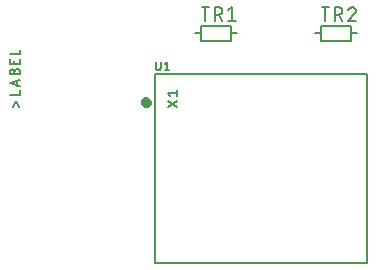
<source format=gbr>
G04 EAGLE Gerber X2 export*
%TF.Part,Single*%
%TF.FileFunction,Legend,Top,1*%
%TF.FilePolarity,Positive*%
%TF.GenerationSoftware,Autodesk,EAGLE,9.1.0*%
%TF.CreationDate,2019-01-28T13:00:55Z*%
G75*
%MOMM*%
%FSLAX34Y34*%
%LPD*%
%AMOC8*
5,1,8,0,0,1.08239X$1,22.5*%
G01*
%ADD10C,0.127000*%
%ADD11C,0.609600*%
%ADD12C,0.152400*%
%ADD13C,0.177800*%


D10*
X127000Y222250D02*
X152400Y222250D01*
X152400Y209550D02*
X127000Y209550D01*
X152400Y215900D02*
X157480Y215900D01*
X152400Y215900D02*
X152400Y222250D01*
X127000Y215900D02*
X121920Y215900D01*
X127000Y215900D02*
X127000Y222250D01*
X152400Y215900D02*
X152400Y209550D01*
X127000Y209550D02*
X127000Y215900D01*
X130810Y226695D02*
X130810Y238125D01*
X127635Y238125D02*
X133985Y238125D01*
X138767Y238125D02*
X138767Y226695D01*
X138767Y238125D02*
X141942Y238125D01*
X142053Y238123D01*
X142163Y238117D01*
X142274Y238108D01*
X142384Y238094D01*
X142493Y238077D01*
X142602Y238056D01*
X142710Y238031D01*
X142817Y238002D01*
X142923Y237970D01*
X143028Y237934D01*
X143131Y237894D01*
X143233Y237851D01*
X143334Y237804D01*
X143433Y237753D01*
X143530Y237700D01*
X143624Y237643D01*
X143717Y237582D01*
X143808Y237519D01*
X143897Y237452D01*
X143983Y237382D01*
X144066Y237309D01*
X144148Y237234D01*
X144226Y237156D01*
X144301Y237074D01*
X144374Y236991D01*
X144444Y236905D01*
X144511Y236816D01*
X144574Y236725D01*
X144635Y236632D01*
X144692Y236537D01*
X144745Y236441D01*
X144796Y236342D01*
X144843Y236241D01*
X144886Y236139D01*
X144926Y236036D01*
X144962Y235931D01*
X144994Y235825D01*
X145023Y235718D01*
X145048Y235610D01*
X145069Y235501D01*
X145086Y235392D01*
X145100Y235282D01*
X145109Y235171D01*
X145115Y235061D01*
X145117Y234950D01*
X145115Y234839D01*
X145109Y234729D01*
X145100Y234618D01*
X145086Y234508D01*
X145069Y234399D01*
X145048Y234290D01*
X145023Y234182D01*
X144994Y234075D01*
X144962Y233969D01*
X144926Y233864D01*
X144886Y233761D01*
X144843Y233659D01*
X144796Y233558D01*
X144745Y233459D01*
X144692Y233362D01*
X144635Y233268D01*
X144574Y233175D01*
X144511Y233084D01*
X144444Y232995D01*
X144374Y232909D01*
X144301Y232826D01*
X144226Y232744D01*
X144148Y232666D01*
X144066Y232591D01*
X143983Y232518D01*
X143897Y232448D01*
X143808Y232381D01*
X143717Y232318D01*
X143624Y232257D01*
X143529Y232200D01*
X143433Y232147D01*
X143334Y232096D01*
X143233Y232049D01*
X143131Y232006D01*
X143028Y231966D01*
X142923Y231930D01*
X142817Y231898D01*
X142710Y231869D01*
X142602Y231844D01*
X142493Y231823D01*
X142384Y231806D01*
X142274Y231792D01*
X142163Y231783D01*
X142053Y231777D01*
X141942Y231775D01*
X138767Y231775D01*
X142577Y231775D02*
X145117Y226695D01*
X150114Y235585D02*
X153289Y238125D01*
X153289Y226695D01*
X150114Y226695D02*
X156464Y226695D01*
X228600Y222250D02*
X254000Y222250D01*
X254000Y209550D02*
X228600Y209550D01*
X254000Y215900D02*
X259080Y215900D01*
X254000Y215900D02*
X254000Y222250D01*
X228600Y215900D02*
X223520Y215900D01*
X228600Y215900D02*
X228600Y222250D01*
X254000Y215900D02*
X254000Y209550D01*
X228600Y209550D02*
X228600Y215900D01*
X232410Y226695D02*
X232410Y238125D01*
X229235Y238125D02*
X235585Y238125D01*
X240367Y238125D02*
X240367Y226695D01*
X240367Y238125D02*
X243542Y238125D01*
X243653Y238123D01*
X243763Y238117D01*
X243874Y238108D01*
X243984Y238094D01*
X244093Y238077D01*
X244202Y238056D01*
X244310Y238031D01*
X244417Y238002D01*
X244523Y237970D01*
X244628Y237934D01*
X244731Y237894D01*
X244833Y237851D01*
X244934Y237804D01*
X245033Y237753D01*
X245130Y237700D01*
X245224Y237643D01*
X245317Y237582D01*
X245408Y237519D01*
X245497Y237452D01*
X245583Y237382D01*
X245666Y237309D01*
X245748Y237234D01*
X245826Y237156D01*
X245901Y237074D01*
X245974Y236991D01*
X246044Y236905D01*
X246111Y236816D01*
X246174Y236725D01*
X246235Y236632D01*
X246292Y236537D01*
X246345Y236441D01*
X246396Y236342D01*
X246443Y236241D01*
X246486Y236139D01*
X246526Y236036D01*
X246562Y235931D01*
X246594Y235825D01*
X246623Y235718D01*
X246648Y235610D01*
X246669Y235501D01*
X246686Y235392D01*
X246700Y235282D01*
X246709Y235171D01*
X246715Y235061D01*
X246717Y234950D01*
X246715Y234839D01*
X246709Y234729D01*
X246700Y234618D01*
X246686Y234508D01*
X246669Y234399D01*
X246648Y234290D01*
X246623Y234182D01*
X246594Y234075D01*
X246562Y233969D01*
X246526Y233864D01*
X246486Y233761D01*
X246443Y233659D01*
X246396Y233558D01*
X246345Y233459D01*
X246292Y233362D01*
X246235Y233268D01*
X246174Y233175D01*
X246111Y233084D01*
X246044Y232995D01*
X245974Y232909D01*
X245901Y232826D01*
X245826Y232744D01*
X245748Y232666D01*
X245666Y232591D01*
X245583Y232518D01*
X245497Y232448D01*
X245408Y232381D01*
X245317Y232318D01*
X245224Y232257D01*
X245129Y232200D01*
X245033Y232147D01*
X244934Y232096D01*
X244833Y232049D01*
X244731Y232006D01*
X244628Y231966D01*
X244523Y231930D01*
X244417Y231898D01*
X244310Y231869D01*
X244202Y231844D01*
X244093Y231823D01*
X243984Y231806D01*
X243874Y231792D01*
X243763Y231783D01*
X243653Y231777D01*
X243542Y231775D01*
X240367Y231775D01*
X244177Y231775D02*
X246717Y226695D01*
X258064Y235268D02*
X258062Y235372D01*
X258056Y235477D01*
X258047Y235581D01*
X258034Y235684D01*
X258016Y235787D01*
X257996Y235889D01*
X257971Y235991D01*
X257943Y236091D01*
X257911Y236191D01*
X257875Y236289D01*
X257836Y236386D01*
X257794Y236481D01*
X257748Y236575D01*
X257698Y236667D01*
X257646Y236757D01*
X257590Y236845D01*
X257530Y236931D01*
X257468Y237015D01*
X257403Y237096D01*
X257335Y237175D01*
X257263Y237252D01*
X257190Y237325D01*
X257113Y237397D01*
X257034Y237465D01*
X256953Y237530D01*
X256869Y237592D01*
X256783Y237652D01*
X256695Y237708D01*
X256605Y237760D01*
X256513Y237810D01*
X256419Y237856D01*
X256324Y237898D01*
X256227Y237937D01*
X256129Y237973D01*
X256029Y238005D01*
X255929Y238033D01*
X255827Y238058D01*
X255725Y238078D01*
X255622Y238096D01*
X255519Y238109D01*
X255415Y238118D01*
X255310Y238124D01*
X255206Y238126D01*
X255206Y238125D02*
X255088Y238123D01*
X254969Y238117D01*
X254851Y238108D01*
X254734Y238095D01*
X254617Y238077D01*
X254500Y238057D01*
X254384Y238032D01*
X254269Y238004D01*
X254156Y237971D01*
X254043Y237936D01*
X253931Y237896D01*
X253821Y237854D01*
X253712Y237807D01*
X253604Y237757D01*
X253499Y237704D01*
X253395Y237647D01*
X253293Y237587D01*
X253193Y237524D01*
X253095Y237457D01*
X252999Y237388D01*
X252906Y237315D01*
X252815Y237239D01*
X252726Y237161D01*
X252640Y237079D01*
X252557Y236995D01*
X252476Y236909D01*
X252399Y236819D01*
X252324Y236728D01*
X252252Y236634D01*
X252183Y236537D01*
X252118Y236439D01*
X252055Y236338D01*
X251996Y236235D01*
X251940Y236131D01*
X251888Y236025D01*
X251839Y235917D01*
X251794Y235808D01*
X251752Y235697D01*
X251714Y235585D01*
X257112Y233046D02*
X257188Y233121D01*
X257263Y233200D01*
X257334Y233281D01*
X257403Y233365D01*
X257468Y233451D01*
X257530Y233539D01*
X257590Y233629D01*
X257646Y233721D01*
X257699Y233816D01*
X257748Y233912D01*
X257794Y234010D01*
X257837Y234109D01*
X257876Y234210D01*
X257911Y234312D01*
X257943Y234415D01*
X257971Y234519D01*
X257996Y234624D01*
X258017Y234731D01*
X258034Y234837D01*
X258047Y234944D01*
X258056Y235052D01*
X258062Y235160D01*
X258064Y235268D01*
X257111Y233045D02*
X251714Y226695D01*
X258064Y226695D01*
X267800Y181600D02*
X87800Y181600D01*
X267800Y181600D02*
X267800Y21600D01*
X87800Y21600D01*
X87800Y181600D01*
D11*
X78800Y157600D02*
X78802Y157677D01*
X78808Y157754D01*
X78818Y157831D01*
X78832Y157907D01*
X78849Y157982D01*
X78871Y158056D01*
X78896Y158129D01*
X78926Y158201D01*
X78958Y158271D01*
X78995Y158339D01*
X79034Y158405D01*
X79077Y158469D01*
X79124Y158531D01*
X79173Y158590D01*
X79226Y158647D01*
X79281Y158701D01*
X79339Y158752D01*
X79400Y158800D01*
X79463Y158845D01*
X79528Y158886D01*
X79595Y158924D01*
X79664Y158959D01*
X79735Y158989D01*
X79807Y159017D01*
X79881Y159040D01*
X79955Y159060D01*
X80031Y159076D01*
X80107Y159088D01*
X80184Y159096D01*
X80261Y159100D01*
X80339Y159100D01*
X80416Y159096D01*
X80493Y159088D01*
X80569Y159076D01*
X80645Y159060D01*
X80719Y159040D01*
X80793Y159017D01*
X80865Y158989D01*
X80936Y158959D01*
X81005Y158924D01*
X81072Y158886D01*
X81137Y158845D01*
X81200Y158800D01*
X81261Y158752D01*
X81319Y158701D01*
X81374Y158647D01*
X81427Y158590D01*
X81476Y158531D01*
X81523Y158469D01*
X81566Y158405D01*
X81605Y158339D01*
X81642Y158271D01*
X81674Y158201D01*
X81704Y158129D01*
X81729Y158056D01*
X81751Y157982D01*
X81768Y157907D01*
X81782Y157831D01*
X81792Y157754D01*
X81798Y157677D01*
X81800Y157600D01*
X81798Y157523D01*
X81792Y157446D01*
X81782Y157369D01*
X81768Y157293D01*
X81751Y157218D01*
X81729Y157144D01*
X81704Y157071D01*
X81674Y156999D01*
X81642Y156929D01*
X81605Y156861D01*
X81566Y156795D01*
X81523Y156731D01*
X81476Y156669D01*
X81427Y156610D01*
X81374Y156553D01*
X81319Y156499D01*
X81261Y156448D01*
X81200Y156400D01*
X81137Y156355D01*
X81072Y156314D01*
X81005Y156276D01*
X80936Y156241D01*
X80865Y156211D01*
X80793Y156183D01*
X80719Y156160D01*
X80645Y156140D01*
X80569Y156124D01*
X80493Y156112D01*
X80416Y156104D01*
X80339Y156100D01*
X80261Y156100D01*
X80184Y156104D01*
X80107Y156112D01*
X80031Y156124D01*
X79955Y156140D01*
X79881Y156160D01*
X79807Y156183D01*
X79735Y156211D01*
X79664Y156241D01*
X79595Y156276D01*
X79528Y156314D01*
X79463Y156355D01*
X79400Y156400D01*
X79339Y156448D01*
X79281Y156499D01*
X79226Y156553D01*
X79173Y156610D01*
X79124Y156669D01*
X79077Y156731D01*
X79034Y156795D01*
X78995Y156861D01*
X78958Y156929D01*
X78926Y156999D01*
X78896Y157071D01*
X78871Y157144D01*
X78849Y157218D01*
X78832Y157293D01*
X78818Y157369D01*
X78808Y157446D01*
X78802Y157523D01*
X78800Y157600D01*
D12*
X89062Y186696D02*
X89062Y191466D01*
X89062Y186696D02*
X89064Y186611D01*
X89070Y186527D01*
X89080Y186443D01*
X89093Y186359D01*
X89111Y186276D01*
X89132Y186194D01*
X89157Y186113D01*
X89186Y186033D01*
X89218Y185955D01*
X89254Y185879D01*
X89294Y185804D01*
X89337Y185731D01*
X89383Y185660D01*
X89432Y185591D01*
X89485Y185524D01*
X89541Y185460D01*
X89599Y185399D01*
X89660Y185341D01*
X89724Y185285D01*
X89791Y185232D01*
X89860Y185183D01*
X89931Y185137D01*
X90004Y185094D01*
X90079Y185054D01*
X90155Y185018D01*
X90233Y184986D01*
X90313Y184957D01*
X90394Y184932D01*
X90476Y184911D01*
X90559Y184893D01*
X90643Y184880D01*
X90727Y184870D01*
X90811Y184864D01*
X90896Y184862D01*
X90981Y184864D01*
X91065Y184870D01*
X91149Y184880D01*
X91233Y184893D01*
X91316Y184911D01*
X91398Y184932D01*
X91479Y184957D01*
X91559Y184986D01*
X91637Y185018D01*
X91713Y185054D01*
X91788Y185094D01*
X91861Y185137D01*
X91932Y185183D01*
X92001Y185232D01*
X92068Y185285D01*
X92132Y185341D01*
X92193Y185399D01*
X92251Y185460D01*
X92307Y185524D01*
X92360Y185591D01*
X92409Y185660D01*
X92455Y185731D01*
X92498Y185804D01*
X92538Y185879D01*
X92574Y185955D01*
X92606Y186033D01*
X92635Y186113D01*
X92660Y186194D01*
X92681Y186276D01*
X92699Y186359D01*
X92712Y186443D01*
X92722Y186527D01*
X92728Y186611D01*
X92730Y186696D01*
X92731Y186696D02*
X92731Y191466D01*
X96621Y189998D02*
X98455Y191466D01*
X98455Y184862D01*
X96621Y184862D02*
X100290Y184862D01*
D13*
X98679Y158877D02*
X107061Y153289D01*
X107061Y158877D02*
X98679Y153289D01*
X100542Y162899D02*
X98679Y165227D01*
X107061Y165227D01*
X107061Y162899D02*
X107061Y167555D01*
X-29549Y158877D02*
X-31877Y153289D01*
X-27220Y153289D02*
X-29549Y158877D01*
X-26289Y163842D02*
X-34671Y163842D01*
X-26289Y163842D02*
X-26289Y167567D01*
X-26289Y170967D02*
X-34671Y173761D01*
X-26289Y176555D01*
X-28385Y175857D02*
X-28385Y171666D01*
X-30946Y181098D02*
X-30946Y183426D01*
X-30945Y183426D02*
X-30943Y183521D01*
X-30937Y183616D01*
X-30928Y183710D01*
X-30914Y183804D01*
X-30897Y183898D01*
X-30876Y183990D01*
X-30851Y184082D01*
X-30822Y184172D01*
X-30790Y184262D01*
X-30754Y184350D01*
X-30714Y184436D01*
X-30672Y184521D01*
X-30625Y184604D01*
X-30575Y184685D01*
X-30522Y184763D01*
X-30466Y184840D01*
X-30407Y184914D01*
X-30345Y184986D01*
X-30280Y185055D01*
X-30212Y185122D01*
X-30142Y185185D01*
X-30068Y185246D01*
X-29993Y185304D01*
X-29915Y185358D01*
X-29835Y185410D01*
X-29753Y185458D01*
X-29670Y185502D01*
X-29584Y185544D01*
X-29497Y185581D01*
X-29408Y185615D01*
X-29318Y185646D01*
X-29227Y185673D01*
X-29135Y185696D01*
X-29042Y185715D01*
X-28948Y185730D01*
X-28854Y185742D01*
X-28759Y185750D01*
X-28664Y185754D01*
X-28570Y185754D01*
X-28475Y185750D01*
X-28380Y185742D01*
X-28286Y185730D01*
X-28192Y185715D01*
X-28099Y185696D01*
X-28007Y185673D01*
X-27916Y185646D01*
X-27826Y185615D01*
X-27737Y185581D01*
X-27650Y185544D01*
X-27564Y185502D01*
X-27481Y185458D01*
X-27399Y185410D01*
X-27319Y185358D01*
X-27241Y185304D01*
X-27166Y185246D01*
X-27092Y185185D01*
X-27022Y185122D01*
X-26954Y185055D01*
X-26889Y184986D01*
X-26827Y184914D01*
X-26768Y184840D01*
X-26712Y184763D01*
X-26659Y184685D01*
X-26609Y184604D01*
X-26562Y184521D01*
X-26520Y184436D01*
X-26480Y184350D01*
X-26444Y184262D01*
X-26412Y184172D01*
X-26383Y184082D01*
X-26358Y183990D01*
X-26337Y183898D01*
X-26320Y183804D01*
X-26306Y183710D01*
X-26297Y183616D01*
X-26291Y183521D01*
X-26289Y183426D01*
X-26289Y181098D01*
X-34671Y181098D01*
X-34671Y183426D01*
X-34669Y183511D01*
X-34663Y183595D01*
X-34654Y183680D01*
X-34640Y183763D01*
X-34623Y183846D01*
X-34602Y183929D01*
X-34577Y184010D01*
X-34549Y184090D01*
X-34517Y184168D01*
X-34481Y184245D01*
X-34442Y184321D01*
X-34400Y184394D01*
X-34354Y184465D01*
X-34305Y184535D01*
X-34253Y184602D01*
X-34198Y184666D01*
X-34140Y184728D01*
X-34080Y184788D01*
X-34016Y184844D01*
X-33951Y184898D01*
X-33882Y184948D01*
X-33812Y184995D01*
X-33740Y185039D01*
X-33665Y185080D01*
X-33589Y185117D01*
X-33511Y185151D01*
X-33432Y185181D01*
X-33351Y185208D01*
X-33270Y185231D01*
X-33187Y185250D01*
X-33104Y185265D01*
X-33020Y185277D01*
X-32935Y185285D01*
X-32850Y185289D01*
X-32766Y185289D01*
X-32681Y185285D01*
X-32596Y185277D01*
X-32512Y185265D01*
X-32429Y185250D01*
X-32346Y185231D01*
X-32265Y185208D01*
X-32184Y185181D01*
X-32105Y185151D01*
X-32027Y185117D01*
X-31951Y185080D01*
X-31877Y185039D01*
X-31804Y184995D01*
X-31734Y184948D01*
X-31665Y184898D01*
X-31600Y184844D01*
X-31536Y184788D01*
X-31476Y184728D01*
X-31418Y184666D01*
X-31363Y184602D01*
X-31311Y184535D01*
X-31262Y184465D01*
X-31216Y184394D01*
X-31174Y184321D01*
X-31135Y184245D01*
X-31099Y184168D01*
X-31067Y184090D01*
X-31039Y184010D01*
X-31014Y183929D01*
X-30993Y183846D01*
X-30976Y183763D01*
X-30962Y183680D01*
X-30953Y183595D01*
X-30947Y183511D01*
X-30945Y183426D01*
X-26289Y190055D02*
X-26289Y193780D01*
X-26289Y190055D02*
X-34671Y190055D01*
X-34671Y193780D01*
X-30946Y192849D02*
X-30946Y190055D01*
X-34671Y197979D02*
X-26289Y197979D01*
X-26289Y201705D01*
M02*

</source>
